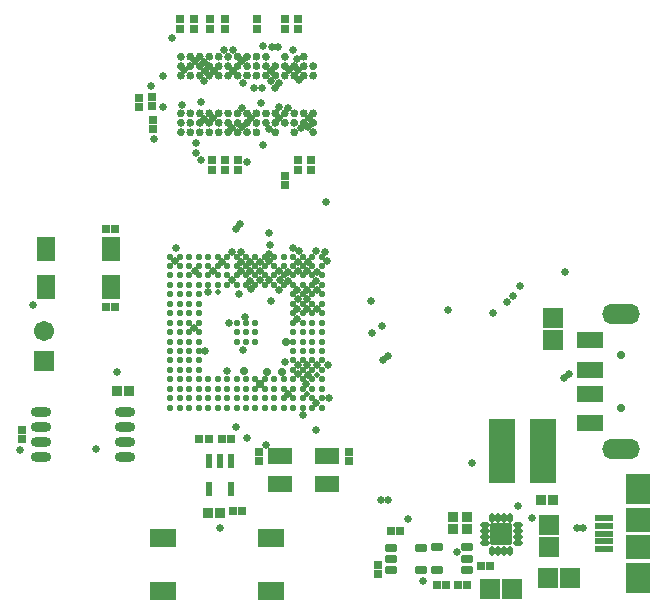
<source format=gbr>
%TF.GenerationSoftware,Altium Limited,Altium Designer,20.0.12 (288)*%
G04 Layer_Color=8388736*
%FSLAX43Y43*%
%MOMM*%
%TF.FileFunction,Soldermask,Top*%
%TF.Part,Single*%
G01*
G75*
%TA.AperFunction,ConnectorPad*%
%ADD32R,0.551X1.311*%
%TA.AperFunction,ViaPad*%
%ADD47C,0.508*%
%TA.AperFunction,SMDPad,CuDef*%
%ADD57R,1.653X1.753*%
%ADD58R,1.753X1.653*%
%ADD59R,0.783X0.743*%
%ADD60R,0.743X0.783*%
%ADD61R,0.853X0.853*%
%ADD63R,0.853X0.853*%
%TA.AperFunction,ComponentPad*%
%ADD66C,1.703*%
%ADD67R,1.703X1.703*%
%ADD68C,0.703*%
%ADD69O,3.203X1.703*%
%TA.AperFunction,ViaPad*%
%ADD70C,0.703*%
%ADD71C,0.635*%
%ADD72C,0.711*%
%TA.AperFunction,NonConductor*%
%ADD78C,0.000*%
%TA.AperFunction,SMDPad,CuDef*%
G04:AMPARAMS|DCode=79|XSize=0.753mm|YSize=1.003mm|CornerRadius=0.151mm|HoleSize=0mm|Usage=FLASHONLY|Rotation=270.000|XOffset=0mm|YOffset=0mm|HoleType=Round|Shape=RoundedRectangle|*
%AMROUNDEDRECTD79*
21,1,0.753,0.701,0,0,270.0*
21,1,0.451,1.003,0,0,270.0*
1,1,0.302,-0.351,-0.226*
1,1,0.302,-0.351,0.226*
1,1,0.302,0.351,0.226*
1,1,0.302,0.351,-0.226*
%
%ADD79ROUNDEDRECTD79*%
G04:AMPARAMS|DCode=80|XSize=0.453mm|YSize=0.803mm|CornerRadius=0.152mm|HoleSize=0mm|Usage=FLASHONLY|Rotation=0.000|XOffset=0mm|YOffset=0mm|HoleType=Round|Shape=RoundedRectangle|*
%AMROUNDEDRECTD80*
21,1,0.453,0.500,0,0,0.0*
21,1,0.150,0.803,0,0,0.0*
1,1,0.303,0.075,-0.250*
1,1,0.303,-0.075,-0.250*
1,1,0.303,-0.075,0.250*
1,1,0.303,0.075,0.250*
%
%ADD80ROUNDEDRECTD80*%
G04:AMPARAMS|DCode=81|XSize=0.453mm|YSize=0.803mm|CornerRadius=0.152mm|HoleSize=0mm|Usage=FLASHONLY|Rotation=270.000|XOffset=0mm|YOffset=0mm|HoleType=Round|Shape=RoundedRectangle|*
%AMROUNDEDRECTD81*
21,1,0.453,0.500,0,0,270.0*
21,1,0.150,0.803,0,0,270.0*
1,1,0.303,-0.250,-0.075*
1,1,0.303,-0.250,0.075*
1,1,0.303,0.250,0.075*
1,1,0.303,0.250,-0.075*
%
%ADD81ROUNDEDRECTD81*%
G04:AMPARAMS|DCode=82|XSize=1.903mm|YSize=1.903mm|CornerRadius=0.153mm|HoleSize=0mm|Usage=FLASHONLY|Rotation=270.000|XOffset=0mm|YOffset=0mm|HoleType=Round|Shape=RoundedRectangle|*
%AMROUNDEDRECTD82*
21,1,1.903,1.598,0,0,270.0*
21,1,1.598,1.903,0,0,270.0*
1,1,0.305,-0.799,-0.799*
1,1,0.305,-0.799,0.799*
1,1,0.305,0.799,0.799*
1,1,0.305,0.799,-0.799*
%
%ADD82ROUNDEDRECTD82*%
%ADD83R,2.003X1.403*%
%ADD84R,2.303X1.603*%
%ADD85O,1.753X0.803*%
%TA.AperFunction,BGAPad,CuDef*%
%ADD86C,0.573*%
%TA.AperFunction,SMDPad,CuDef*%
%ADD87R,1.503X2.103*%
%TA.AperFunction,BGAPad,CuDef*%
%ADD88C,0.603*%
%TA.AperFunction,ConnectorPad*%
%ADD89R,0.743X0.783*%
%TA.AperFunction,SMDPad,CuDef*%
%ADD90R,2.103X2.003*%
%ADD91R,2.103X2.503*%
%ADD92R,1.603X0.603*%
%ADD93R,2.203X5.503*%
%TA.AperFunction,ConnectorPad*%
%ADD94R,2.203X1.403*%
D32*
X96733Y51607D02*
D03*
X94833D02*
D03*
Y54007D02*
D03*
X95783D02*
D03*
X96733D02*
D03*
D47*
X103141Y59656D02*
D03*
X103988Y61290D02*
D03*
X95580Y68275D02*
D03*
D57*
X118622Y43140D02*
D03*
X120472D02*
D03*
X125436Y44080D02*
D03*
X123586D02*
D03*
D58*
X123647Y48586D02*
D03*
Y46736D02*
D03*
X123977Y66091D02*
D03*
Y64241D02*
D03*
D59*
X118627Y45096D02*
D03*
X117847D02*
D03*
X111041Y48057D02*
D03*
X110261D02*
D03*
X96707Y55855D02*
D03*
X95927D02*
D03*
X94031D02*
D03*
X94811D02*
D03*
X96892Y49733D02*
D03*
X97672D02*
D03*
X86097Y67056D02*
D03*
X86877D02*
D03*
X86088Y73660D02*
D03*
X86868D02*
D03*
X114113Y43459D02*
D03*
X114893D02*
D03*
X116722Y43485D02*
D03*
X115942D02*
D03*
D60*
X109118Y44416D02*
D03*
Y45196D02*
D03*
X106680Y53966D02*
D03*
Y54746D02*
D03*
X99060Y54746D02*
D03*
Y53966D02*
D03*
X79019Y56600D02*
D03*
Y55820D02*
D03*
X103505Y78659D02*
D03*
Y79439D02*
D03*
X102387Y78655D02*
D03*
Y79435D02*
D03*
X101270Y78098D02*
D03*
Y77318D02*
D03*
X97281Y78655D02*
D03*
Y79435D02*
D03*
X96176Y78655D02*
D03*
Y79435D02*
D03*
X95072Y78659D02*
D03*
Y79439D02*
D03*
X90076Y82889D02*
D03*
Y82109D02*
D03*
X90018Y84013D02*
D03*
Y84793D02*
D03*
X88900Y84752D02*
D03*
Y83972D02*
D03*
D61*
X94742Y49581D02*
D03*
X95742D02*
D03*
X87054Y59919D02*
D03*
X88054D02*
D03*
X122995Y50709D02*
D03*
X123995D02*
D03*
D63*
X115494Y48202D02*
D03*
Y49202D02*
D03*
X116713Y49228D02*
D03*
Y48228D02*
D03*
D66*
X80874Y65024D02*
D03*
D67*
Y62484D02*
D03*
D68*
X129718Y58441D02*
D03*
Y62941D02*
D03*
D69*
Y54991D02*
D03*
Y66391D02*
D03*
D70*
X119580Y47800D02*
D03*
X119080Y47300D02*
D03*
X120080D02*
D03*
Y48300D02*
D03*
X119080D02*
D03*
D71*
X97612Y82271D02*
D03*
X96825Y82194D02*
D03*
X97663Y83896D02*
D03*
X98409Y83007D02*
D03*
X100736Y83998D02*
D03*
X99280Y84285D02*
D03*
X101575Y83845D02*
D03*
X99449Y89112D02*
D03*
X90988Y86614D02*
D03*
X92768Y87086D02*
D03*
X96105Y88752D02*
D03*
X96875Y88801D02*
D03*
X90988Y83941D02*
D03*
X95301Y87046D02*
D03*
X94158Y79502D02*
D03*
X98624Y85573D02*
D03*
X97765Y85979D02*
D03*
X98094Y79331D02*
D03*
X101956Y88824D02*
D03*
X89934Y85704D02*
D03*
X91694Y89764D02*
D03*
X95184Y83033D02*
D03*
X94424Y82977D02*
D03*
X94463Y87808D02*
D03*
X99688Y55369D02*
D03*
X103881Y56641D02*
D03*
X100081Y67504D02*
D03*
X97384Y68145D02*
D03*
X97917Y66209D02*
D03*
X112997Y43785D02*
D03*
X111738Y49034D02*
D03*
X109449Y50673D02*
D03*
X109969D02*
D03*
X102768Y57861D02*
D03*
X96368Y61595D02*
D03*
X95742Y48287D02*
D03*
X102311Y65989D02*
D03*
X101244Y62382D02*
D03*
X97739Y63398D02*
D03*
X87097Y61544D02*
D03*
X122238Y49161D02*
D03*
X115878Y46303D02*
D03*
X117094Y53848D02*
D03*
X121006Y50165D02*
D03*
X124968Y70028D02*
D03*
X97155Y56896D02*
D03*
X79908Y67208D02*
D03*
X78816Y54915D02*
D03*
X103096Y60475D02*
D03*
X103200Y61290D02*
D03*
X103175Y62103D02*
D03*
X104902Y62078D02*
D03*
X102362Y62128D02*
D03*
Y61316D02*
D03*
X108534Y67564D02*
D03*
X120625Y67945D02*
D03*
X115113Y66777D02*
D03*
X120066Y67488D02*
D03*
X118923Y66523D02*
D03*
X121158Y68809D02*
D03*
X109474Y65380D02*
D03*
X108687Y64805D02*
D03*
X126027Y48293D02*
D03*
X126555Y48285D02*
D03*
X125311Y61354D02*
D03*
X124943Y60985D02*
D03*
X109982Y62865D02*
D03*
X109614Y62497D02*
D03*
X98069Y55931D02*
D03*
X85268Y55016D02*
D03*
X92075Y72009D02*
D03*
X90221Y81229D02*
D03*
X93760Y80924D02*
D03*
X93777Y80035D02*
D03*
X100051Y72288D02*
D03*
X94187Y84400D02*
D03*
X97546Y71679D02*
D03*
X94454Y86148D02*
D03*
X94509Y87016D02*
D03*
X99939Y70958D02*
D03*
X99187Y70053D02*
D03*
X99949Y69291D02*
D03*
X93658Y87850D02*
D03*
X96774Y71704D02*
D03*
X100736Y68478D02*
D03*
X99933Y73279D02*
D03*
X98282Y70866D02*
D03*
X97498Y74028D02*
D03*
X103903Y71763D02*
D03*
X103200Y70866D02*
D03*
X103954Y70011D02*
D03*
X104672Y71720D02*
D03*
X104775Y75895D02*
D03*
X99441Y80747D02*
D03*
X97130Y73660D02*
D03*
X96901Y87046D02*
D03*
X100687Y89078D02*
D03*
X100167D02*
D03*
X99314Y85547D02*
D03*
X100061Y86182D02*
D03*
X92558Y84125D02*
D03*
X97561Y70053D02*
D03*
X99949Y71546D02*
D03*
X101506Y70028D02*
D03*
X100764Y70095D02*
D03*
X101946Y71984D02*
D03*
X100813Y83058D02*
D03*
X99970Y82114D02*
D03*
X100846Y69325D02*
D03*
X98374Y68580D02*
D03*
X97663Y87833D02*
D03*
X99187Y69317D02*
D03*
X98349Y70053D02*
D03*
X102449Y71730D02*
D03*
X102385Y70792D02*
D03*
X103962Y66872D02*
D03*
X100416Y85559D02*
D03*
X100076Y87020D02*
D03*
X100787Y86030D02*
D03*
X101625Y87071D02*
D03*
X102311Y88011D02*
D03*
X102636Y82147D02*
D03*
X103276Y83007D02*
D03*
X103192Y82254D02*
D03*
X102413Y87071D02*
D03*
X103175Y66878D02*
D03*
Y67666D02*
D03*
X103937Y69240D02*
D03*
X104821Y70896D02*
D03*
X103988Y68457D02*
D03*
X103175Y68478D02*
D03*
X102438Y86208D02*
D03*
X103165Y70050D02*
D03*
X99162Y70866D02*
D03*
X102362Y67691D02*
D03*
Y70079D02*
D03*
X102337Y66878D02*
D03*
Y68453D02*
D03*
X101549Y69240D02*
D03*
X95174Y70104D02*
D03*
X95961Y70866D02*
D03*
X98349Y69240D02*
D03*
X97561Y70866D02*
D03*
X96520Y65710D02*
D03*
X101575Y59690D02*
D03*
X93599Y65278D02*
D03*
X96809Y69289D02*
D03*
X103937Y58928D02*
D03*
X94539Y63322D02*
D03*
X105029Y59309D02*
D03*
X103988Y62103D02*
D03*
X94793Y68275D02*
D03*
X91999Y70891D02*
D03*
X93624Y70053D02*
D03*
D72*
X101371Y64084D02*
D03*
X101041Y61544D02*
D03*
X97815Y61595D02*
D03*
X99187Y60477D02*
D03*
X99720Y61544D02*
D03*
D78*
X92770Y81814D02*
G03*
X92770Y81814I-300J0D01*
G01*
Y82614D02*
G03*
X92770Y82614I-300J0D01*
G01*
Y83414D02*
G03*
X92770Y83414I-300J0D01*
G01*
Y86614D02*
G03*
X92770Y86614I-300J0D01*
G01*
Y87414D02*
G03*
X92770Y87414I-300J0D01*
G01*
Y88214D02*
G03*
X92770Y88214I-300J0D01*
G01*
X93570Y81814D02*
G03*
X93570Y81814I-300J0D01*
G01*
Y82614D02*
G03*
X93570Y82614I-300J0D01*
G01*
Y83414D02*
G03*
X93570Y83414I-300J0D01*
G01*
Y86614D02*
G03*
X93570Y86614I-300J0D01*
G01*
Y87414D02*
G03*
X93570Y87414I-300J0D01*
G01*
Y88214D02*
G03*
X93570Y88214I-300J0D01*
G01*
X94370Y81814D02*
G03*
X94370Y81814I-300J0D01*
G01*
Y82614D02*
G03*
X94370Y82614I-300J0D01*
G01*
Y83414D02*
G03*
X94370Y83414I-300J0D01*
G01*
Y86614D02*
G03*
X94370Y86614I-300J0D01*
G01*
Y87414D02*
G03*
X94370Y87414I-300J0D01*
G01*
Y88214D02*
G03*
X94370Y88214I-300J0D01*
G01*
X95170Y81814D02*
G03*
X95170Y81814I-300J0D01*
G01*
Y82614D02*
G03*
X95170Y82614I-300J0D01*
G01*
Y83414D02*
G03*
X95170Y83414I-300J0D01*
G01*
Y86614D02*
G03*
X95170Y86614I-300J0D01*
G01*
Y87414D02*
G03*
X95170Y87414I-300J0D01*
G01*
Y88214D02*
G03*
X95170Y88214I-300J0D01*
G01*
X95970Y81814D02*
G03*
X95970Y81814I-300J0D01*
G01*
Y82614D02*
G03*
X95970Y82614I-300J0D01*
G01*
Y83414D02*
G03*
X95970Y83414I-300J0D01*
G01*
Y86614D02*
G03*
X95970Y86614I-300J0D01*
G01*
Y87414D02*
G03*
X95970Y87414I-300J0D01*
G01*
Y88214D02*
G03*
X95970Y88214I-300J0D01*
G01*
X96770Y81814D02*
G03*
X96770Y81814I-300J0D01*
G01*
Y82614D02*
G03*
X96770Y82614I-300J0D01*
G01*
Y83414D02*
G03*
X96770Y83414I-300J0D01*
G01*
Y86614D02*
G03*
X96770Y86614I-300J0D01*
G01*
Y87414D02*
G03*
X96770Y87414I-300J0D01*
G01*
Y88214D02*
G03*
X96770Y88214I-300J0D01*
G01*
X97570Y81814D02*
G03*
X97570Y81814I-300J0D01*
G01*
Y82614D02*
G03*
X97570Y82614I-300J0D01*
G01*
Y83414D02*
G03*
X97570Y83414I-300J0D01*
G01*
Y86614D02*
G03*
X97570Y86614I-300J0D01*
G01*
Y87414D02*
G03*
X97570Y87414I-300J0D01*
G01*
Y88214D02*
G03*
X97570Y88214I-300J0D01*
G01*
X98370Y81814D02*
G03*
X98370Y81814I-300J0D01*
G01*
Y82614D02*
G03*
X98370Y82614I-300J0D01*
G01*
Y83414D02*
G03*
X98370Y83414I-300J0D01*
G01*
Y86614D02*
G03*
X98370Y86614I-300J0D01*
G01*
Y87414D02*
G03*
X98370Y87414I-300J0D01*
G01*
Y88214D02*
G03*
X98370Y88214I-300J0D01*
G01*
X99170Y81814D02*
G03*
X99170Y81814I-300J0D01*
G01*
Y82614D02*
G03*
X99170Y82614I-300J0D01*
G01*
Y83414D02*
G03*
X99170Y83414I-300J0D01*
G01*
Y86614D02*
G03*
X99170Y86614I-300J0D01*
G01*
Y87414D02*
G03*
X99170Y87414I-300J0D01*
G01*
Y88214D02*
G03*
X99170Y88214I-300J0D01*
G01*
X99970Y82614D02*
G03*
X99970Y82614I-300J0D01*
G01*
Y83414D02*
G03*
X99970Y83414I-300J0D01*
G01*
Y86614D02*
G03*
X99970Y86614I-300J0D01*
G01*
Y87414D02*
G03*
X99970Y87414I-300J0D01*
G01*
Y88214D02*
G03*
X99970Y88214I-300J0D01*
G01*
X100770Y81814D02*
G03*
X100770Y81814I-300J0D01*
G01*
Y82614D02*
G03*
X100770Y82614I-300J0D01*
G01*
Y83414D02*
G03*
X100770Y83414I-300J0D01*
G01*
Y86614D02*
G03*
X100770Y86614I-300J0D01*
G01*
Y87414D02*
G03*
X100770Y87414I-300J0D01*
G01*
X101570Y82614D02*
G03*
X101570Y82614I-300J0D01*
G01*
Y83414D02*
G03*
X101570Y83414I-300J0D01*
G01*
Y86614D02*
G03*
X101570Y86614I-300J0D01*
G01*
Y87414D02*
G03*
X101570Y87414I-300J0D01*
G01*
Y88214D02*
G03*
X101570Y88214I-300J0D01*
G01*
X102370Y81814D02*
G03*
X102370Y81814I-300J0D01*
G01*
Y82614D02*
G03*
X102370Y82614I-300J0D01*
G01*
Y83414D02*
G03*
X102370Y83414I-300J0D01*
G01*
Y86614D02*
G03*
X102370Y86614I-300J0D01*
G01*
Y87414D02*
G03*
X102370Y87414I-300J0D01*
G01*
X103170Y82614D02*
G03*
X103170Y82614I-300J0D01*
G01*
Y83414D02*
G03*
X103170Y83414I-300J0D01*
G01*
Y86614D02*
G03*
X103170Y86614I-300J0D01*
G01*
Y87414D02*
G03*
X103170Y87414I-300J0D01*
G01*
Y88214D02*
G03*
X103170Y88214I-300J0D01*
G01*
X103970Y81814D02*
G03*
X103970Y81814I-300J0D01*
G01*
Y82614D02*
G03*
X103970Y82614I-300J0D01*
G01*
Y83414D02*
G03*
X103970Y83414I-300J0D01*
G01*
Y86614D02*
G03*
X103970Y86614I-300J0D01*
G01*
Y87414D02*
G03*
X103970Y87414I-300J0D01*
G01*
D79*
X114168Y44770D02*
D03*
Y46670D02*
D03*
X116718D02*
D03*
Y45720D02*
D03*
Y44770D02*
D03*
X112832Y46645D02*
D03*
Y44745D02*
D03*
X110282D02*
D03*
Y45695D02*
D03*
Y46645D02*
D03*
D80*
X120330Y49200D02*
D03*
X119830D02*
D03*
X119330D02*
D03*
X118830D02*
D03*
Y46400D02*
D03*
X119330D02*
D03*
X119830D02*
D03*
X120330D02*
D03*
D81*
X118180Y48550D02*
D03*
Y48050D02*
D03*
Y47550D02*
D03*
Y47050D02*
D03*
X120980D02*
D03*
Y47550D02*
D03*
Y48050D02*
D03*
Y48550D02*
D03*
D82*
X119580Y47800D02*
D03*
D83*
X100870Y54413D02*
D03*
X104870D02*
D03*
Y52013D02*
D03*
X100870D02*
D03*
D84*
X90979Y42987D02*
D03*
X100079D02*
D03*
X90979Y47487D02*
D03*
X100079D02*
D03*
D85*
X87700Y54321D02*
D03*
Y55591D02*
D03*
Y56861D02*
D03*
Y58131D02*
D03*
X80600Y54321D02*
D03*
Y55591D02*
D03*
Y56861D02*
D03*
Y58131D02*
D03*
D86*
X104381Y58497D02*
D03*
X103581D02*
D03*
X102781D02*
D03*
X101981D02*
D03*
X101181D02*
D03*
X100381D02*
D03*
X99581D02*
D03*
X98781D02*
D03*
X97981D02*
D03*
X97181D02*
D03*
X96381D02*
D03*
X95581D02*
D03*
X94781D02*
D03*
X93981D02*
D03*
X93181D02*
D03*
X92381D02*
D03*
X91581D02*
D03*
X104381Y59297D02*
D03*
X103581D02*
D03*
X102781D02*
D03*
X101981D02*
D03*
X101181D02*
D03*
X100381D02*
D03*
X99581D02*
D03*
X98781D02*
D03*
X97981D02*
D03*
X97181D02*
D03*
X96381D02*
D03*
X95581D02*
D03*
X94781D02*
D03*
X93981D02*
D03*
X93181D02*
D03*
X92381D02*
D03*
X91581D02*
D03*
X104381Y60097D02*
D03*
X103581D02*
D03*
X102781D02*
D03*
X101981D02*
D03*
X101181D02*
D03*
X100381D02*
D03*
X99581D02*
D03*
X98781D02*
D03*
X97981D02*
D03*
X97181D02*
D03*
X96381D02*
D03*
X95581D02*
D03*
X94781D02*
D03*
X93981D02*
D03*
X93181D02*
D03*
X92381D02*
D03*
X91581D02*
D03*
X104381Y60897D02*
D03*
X103581D02*
D03*
X102781D02*
D03*
X101981D02*
D03*
X101181D02*
D03*
X100381D02*
D03*
X99581D02*
D03*
X98781D02*
D03*
X97981D02*
D03*
X97181D02*
D03*
X96381D02*
D03*
X95581D02*
D03*
X94781D02*
D03*
X93981D02*
D03*
X93181D02*
D03*
X92381D02*
D03*
X91581D02*
D03*
X104381Y61697D02*
D03*
X103581D02*
D03*
X102781D02*
D03*
X101981D02*
D03*
X93981D02*
D03*
X93181D02*
D03*
X92381D02*
D03*
X91581D02*
D03*
X104381Y62497D02*
D03*
X103581D02*
D03*
X102781D02*
D03*
X101981D02*
D03*
X93981D02*
D03*
X93181D02*
D03*
X92381D02*
D03*
X91581D02*
D03*
X104381Y63297D02*
D03*
X103581D02*
D03*
X102781D02*
D03*
X101981D02*
D03*
X93981D02*
D03*
X93181D02*
D03*
X92381D02*
D03*
X91581D02*
D03*
X104381Y64097D02*
D03*
X103581D02*
D03*
X102781D02*
D03*
X101981D02*
D03*
X98781D02*
D03*
X97981D02*
D03*
X97181D02*
D03*
X93981D02*
D03*
X93181D02*
D03*
X92381D02*
D03*
X91581D02*
D03*
X104381Y64897D02*
D03*
X103581D02*
D03*
X102781D02*
D03*
X101981D02*
D03*
X98781D02*
D03*
X97981D02*
D03*
X97181D02*
D03*
X93981D02*
D03*
X93181D02*
D03*
X92381D02*
D03*
X91581D02*
D03*
X104381Y65697D02*
D03*
X103581D02*
D03*
X102781D02*
D03*
X101981D02*
D03*
X98781D02*
D03*
X97981D02*
D03*
X97181D02*
D03*
X93981D02*
D03*
X93181D02*
D03*
X92381D02*
D03*
X91581D02*
D03*
X104381Y66497D02*
D03*
X103581D02*
D03*
X102781D02*
D03*
X101981D02*
D03*
X93981D02*
D03*
X93181D02*
D03*
X92381D02*
D03*
X91581D02*
D03*
X104381Y67297D02*
D03*
X103581D02*
D03*
X102781D02*
D03*
X101981D02*
D03*
X93981D02*
D03*
X93181D02*
D03*
X92381D02*
D03*
X91581D02*
D03*
X104381Y68097D02*
D03*
X103581D02*
D03*
X102781D02*
D03*
X101981D02*
D03*
X93981D02*
D03*
X93181D02*
D03*
X92381D02*
D03*
X91581D02*
D03*
X104381Y68897D02*
D03*
X103581D02*
D03*
X102781D02*
D03*
X101981D02*
D03*
X101181D02*
D03*
X100381D02*
D03*
X99581D02*
D03*
X98781D02*
D03*
X97981D02*
D03*
X97181D02*
D03*
X96381D02*
D03*
X95581D02*
D03*
X94781D02*
D03*
X93981D02*
D03*
X93181D02*
D03*
X92381D02*
D03*
X91581D02*
D03*
X104381Y69697D02*
D03*
X103581D02*
D03*
X102781D02*
D03*
X101981D02*
D03*
X101181D02*
D03*
X100381D02*
D03*
X99581D02*
D03*
X98781D02*
D03*
X97981D02*
D03*
X97181D02*
D03*
X96381D02*
D03*
X95581D02*
D03*
X94781D02*
D03*
X93981D02*
D03*
X93181D02*
D03*
X92381D02*
D03*
X91581D02*
D03*
X104381Y70497D02*
D03*
X103581D02*
D03*
X102781D02*
D03*
X101981D02*
D03*
X101181D02*
D03*
X100381D02*
D03*
X99581D02*
D03*
X98781D02*
D03*
X97981D02*
D03*
X97181D02*
D03*
X96381D02*
D03*
X95581D02*
D03*
X94781D02*
D03*
X93981D02*
D03*
X93181D02*
D03*
X92381D02*
D03*
X91581D02*
D03*
X104381Y71297D02*
D03*
X103581D02*
D03*
X102781D02*
D03*
X101981D02*
D03*
X101181D02*
D03*
X100381D02*
D03*
X99581D02*
D03*
X98781D02*
D03*
X97981D02*
D03*
X97181D02*
D03*
X96381D02*
D03*
X95581D02*
D03*
X94781D02*
D03*
X93981D02*
D03*
X93181D02*
D03*
X92381D02*
D03*
X91581D02*
D03*
D87*
X81070Y71958D02*
D03*
Y68758D02*
D03*
X86570Y71958D02*
D03*
Y68758D02*
D03*
D88*
X92470Y81814D02*
D03*
Y82614D02*
D03*
Y83414D02*
D03*
Y86614D02*
D03*
Y87414D02*
D03*
Y88214D02*
D03*
X93270Y81814D02*
D03*
Y82614D02*
D03*
Y83414D02*
D03*
Y86614D02*
D03*
Y87414D02*
D03*
Y88214D02*
D03*
X94070Y81814D02*
D03*
Y82614D02*
D03*
Y83414D02*
D03*
Y86614D02*
D03*
Y87414D02*
D03*
Y88214D02*
D03*
X94870Y81814D02*
D03*
Y82614D02*
D03*
Y83414D02*
D03*
Y86614D02*
D03*
Y87414D02*
D03*
Y88214D02*
D03*
X95670Y81814D02*
D03*
Y82614D02*
D03*
Y83414D02*
D03*
Y86614D02*
D03*
Y87414D02*
D03*
Y88214D02*
D03*
X96470Y81814D02*
D03*
Y82614D02*
D03*
Y83414D02*
D03*
Y86614D02*
D03*
Y87414D02*
D03*
Y88214D02*
D03*
X97270Y81814D02*
D03*
Y82614D02*
D03*
Y83414D02*
D03*
Y86614D02*
D03*
Y87414D02*
D03*
Y88214D02*
D03*
X98070Y81814D02*
D03*
Y82614D02*
D03*
Y83414D02*
D03*
Y86614D02*
D03*
Y87414D02*
D03*
Y88214D02*
D03*
X98870Y81814D02*
D03*
Y82614D02*
D03*
Y83414D02*
D03*
Y86614D02*
D03*
Y87414D02*
D03*
Y88214D02*
D03*
X99670Y82614D02*
D03*
Y83414D02*
D03*
Y86614D02*
D03*
Y87414D02*
D03*
Y88214D02*
D03*
X100470Y81814D02*
D03*
Y82614D02*
D03*
Y83414D02*
D03*
Y86614D02*
D03*
Y87414D02*
D03*
X101270Y82614D02*
D03*
Y83414D02*
D03*
Y86614D02*
D03*
Y87414D02*
D03*
Y88214D02*
D03*
X102070Y81814D02*
D03*
Y82614D02*
D03*
Y83414D02*
D03*
Y86614D02*
D03*
Y87414D02*
D03*
X102870Y82614D02*
D03*
Y83414D02*
D03*
Y86614D02*
D03*
Y87414D02*
D03*
Y88214D02*
D03*
X103670Y81814D02*
D03*
Y82614D02*
D03*
Y83414D02*
D03*
Y86614D02*
D03*
Y87414D02*
D03*
D89*
X102362Y91373D02*
D03*
Y90593D02*
D03*
X101244Y91368D02*
D03*
Y90588D02*
D03*
X98908Y91368D02*
D03*
Y90588D02*
D03*
X96215Y91368D02*
D03*
Y90588D02*
D03*
X94971Y91373D02*
D03*
Y90593D02*
D03*
X93599Y91368D02*
D03*
Y90588D02*
D03*
X92431Y91368D02*
D03*
Y90588D02*
D03*
D90*
X131143Y48978D02*
D03*
Y46678D02*
D03*
D91*
Y51578D02*
D03*
Y44078D02*
D03*
D92*
X128293Y49128D02*
D03*
Y48478D02*
D03*
Y47828D02*
D03*
Y47178D02*
D03*
Y46528D02*
D03*
D93*
X119662Y54849D02*
D03*
X123162D02*
D03*
D94*
X127118Y57191D02*
D03*
Y59691D02*
D03*
Y61691D02*
D03*
Y64191D02*
D03*
%TF.MD5,2dd060d8bfc5c988d307f6fac4370ac8*%
M02*

</source>
